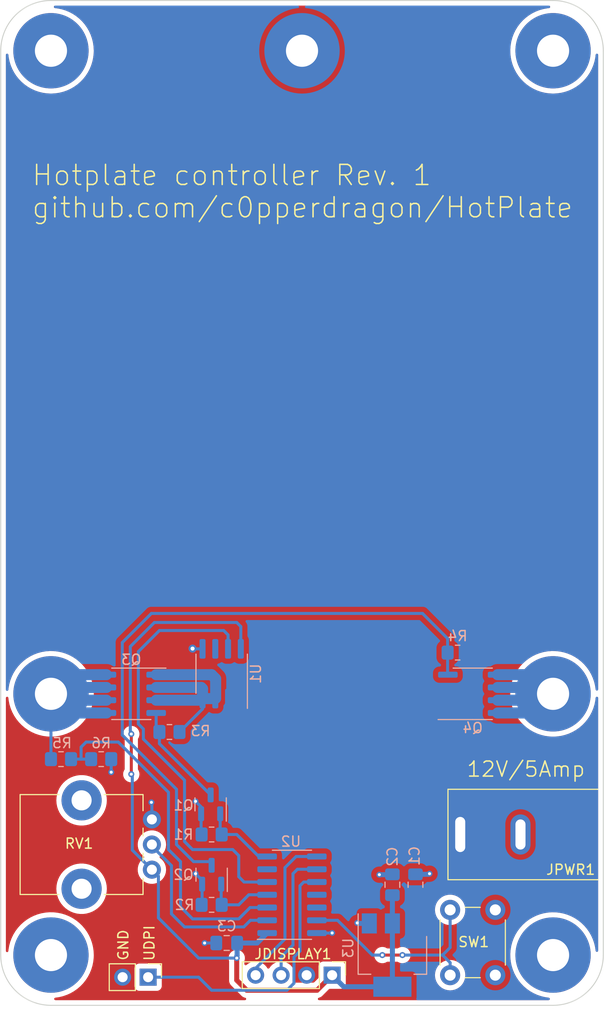
<source format=kicad_pcb>
(kicad_pcb (version 20211014) (generator pcbnew)
  (layers (0 "F.Cu" signal) (31 "B.Cu" signal) (34 "B.Paste" user) (35 "F.Paste" user) (36 "B.SilkS" user "B.Silkscreen") (37 "F.SilkS" user "F.Silkscreen") (38 "B.Mask" user) (39 "F.Mask" user) (44 "Edge.Cuts" user))
  (net 0 "")
  (net 1 "+5V")
  (net 2 "GND")
  (net 3 "/12V")
  (net 4 "/BOTTOM")
  (net 5 "/SCL")
  (net 6 "/SDA")
  (net 7 "/UDPI")
  (net 9 "Net-(Q3-Pad4)")
  (net 10 "/SENSE_VOLTAGE")
  (net 11 "/SELECTOR")
  (net 12 "/ON{slash}OFF")
  (net 14 "/SENSE_CURRENT")
  (net 15 "Net-(U1-Pad3)")
  (net 19 "/TOP")
  (net 20 "/ACTIVATE_TOP")
  (net 21 "/ACTIVATE_BOTTOM")
  (net 22 "Net-(Q2-Pad3)")
  (footprint "Library:MountingHole_3.2mm_Large" (layer "F.Cu") (at 155 117)
    (fp_text reference "JBOTTOM1" hide)
    (fp_text value "Conn_01x01")
    (pad "1" connect circle (at 0 0) (size 7.5 7.5) (layers "F.Cu" "F.Mask") (net 4 "/BOTTOM"))
    (pad "1" connect circle (at 0 0) (size 7.5 7.5) (layers "B.Cu" "B.Mask") (net 4 "/BOTTOM"))
    (pad "1" thru_hole circle (at 0 0) (size 3.6 3.6) (drill 3.2) (layers *.Cu *.Mask) (net 4 "/BOTTOM"))
  )
  (footprint "Connector_PinHeader_2.54mm:PinHeader_1x04_P2.54mm_Vertical" (layer "F.Cu") (at 133 145 -90)
    (fp_text reference "JDISPLAY1" (at -2.1 3.9 180) (layer "F.SilkS"))
    (fp_text value "Conn_01x04")
    (fp_line (start -1.33 1.27) (end 1.33 1.27) (layer "F.SilkS") (width 0.12))
    (fp_line (start 1.33 1.27) (end 1.33 8.95) (layer "F.SilkS") (width 0.12))
    (fp_line (start -1.33 -1.33) (end 0 -1.33) (layer "F.SilkS") (width 0.12))
    (fp_line (start -1.33 0) (end -1.33 -1.33) (layer "F.SilkS") (width 0.12))
    (fp_line (start -1.33 1.27) (end -1.33 8.95) (layer "F.SilkS") (width 0.12))
    (fp_line (start -1.33 8.95) (end 1.33 8.95) (layer "F.SilkS") (width 0.12))
    (pad "1" thru_hole rect (at 0 0 270) (size 1.7 1.7) (drill 1) (layers *.Cu *.Mask) (net 1 "+5V"))
    (pad "2" thru_hole oval (at 0 2.54 270) (size 1.7 1.7) (drill 1) (layers *.Cu *.Mask) (net 2 "GND"))
    (pad "3" thru_hole oval (at 0 5.08 270) (size 1.7 1.7) (drill 1) (layers *.Cu *.Mask) (net 5 "/SCL"))
    (pad "4" thru_hole oval (at 0 7.62 270) (size 1.7 1.7) (drill 1) (layers *.Cu *.Mask) (net 6 "/SDA"))
  )
  (footprint "Button_Switch_THT:SW_PUSH_6mm" (layer "F.Cu") (at 144.75 145 90)
    (fp_text reference "SW1" (at 3.3 2.35 180) (layer "F.SilkS"))
    (fp_text value "FSM2JAH")
    (fp_line (start 1 5.5) (end 5.5 5.5) (layer "F.SilkS") (width 0.12))
    (fp_line (start -0.25 1.5) (end -0.25 3) (layer "F.SilkS") (width 0.12))
    (fp_line (start 6.75 3) (end 6.75 1.5) (layer "F.SilkS") (width 0.12))
    (fp_line (start 5.5 -1) (end 1 -1) (layer "F.SilkS") (width 0.12))
    (pad "1" thru_hole circle (at 6.5 0 180) (size 2 2) (drill 1.1) (layers *.Cu *.Mask) (net 12 "/ON{slash}OFF"))
    (pad "1" thru_hole circle (at 0 0 180) (size 2 2) (drill 1.1) (layers *.Cu *.Mask) (net 12 "/ON{slash}OFF"))
    (pad "2" thru_hole circle (at 6.5 4.5 180) (size 2 2) (drill 1.1) (layers *.Cu *.Mask) (net 2 "GND"))
    (pad "2" thru_hole circle (at 0 4.5 180) (size 2 2) (drill 1.1) (layers *.Cu *.Mask) (net 2 "GND"))
  )
  (footprint "Library:MountingHole_3.2mm_Large" (layer "F.Cu") (at 130 53)
    (fp_text reference "JGND1" hide)
    (fp_text value "Conn_01x01")
    (pad "1" connect circle (at 0 0) (size 7.5 7.5) (layers "B.Cu" "B.Mask") (net 2 "GND"))
    (pad "1" thru_hole circle (at 0 0) (size 3.6 3.6) (drill 3.2) (layers *.Cu *.Mask) (net 2 "GND"))
    (pad "1" connect circle (at 0 0) (size 7.5 7.5) (layers "F.Cu" "F.Mask") (net 2 "GND"))
  )
  (footprint "Potentiometer_THT:Potentiometer_Bourns_PTV09A-1_Single_Vertical" (layer "F.Cu") (at 115.05 129.5 180)
    (fp_text reference "RV1" (at 7.25 -2.4) (layer "F.SilkS"))
    (fp_text value "PTV09A-1")
    (fp_line (start 0.88 -7.47) (end 4.745 -7.47) (layer "F.SilkS") (width 0.12))
    (fp_line (start 9.255 -7.47) (end 13.12 -7.47) (layer "F.SilkS") (width 0.12))
    (fp_line (start 0.88 0.87) (end 0.88 2.47) (layer "F.SilkS") (width 0.12))
    (fp_line (start 13.12 -7.47) (end 13.12 2.47) (layer "F.SilkS") (width 0.12))
    (fp_line (start 0.88 -4.129) (end 0.88 -3.37) (layer "F.SilkS") (width 0.12))
    (fp_line (start 0.88 -1.629) (end 0.88 -0.87) (layer "F.SilkS") (width 0.12))
    (fp_line (start 0.88 -7.47) (end 0.88 -5.871) (layer "F.SilkS") (width 0.12))
    (fp_line (start 9.255 2.47) (end 13.12 2.47) (layer "F.SilkS") (width 0.12))
    (fp_line (start 0.88 2.47) (end 4.745 2.47) (layer "F.SilkS") (width 0.12))
    (pad "" np_thru_hole circle (at 7 -6.9 180) (size 4 4) (drill 2) (layers *.Cu *.Mask))
    (pad "" np_thru_hole circle (at 7 1.9 180) (size 4 4) (drill 2) (layers *.Cu *.Mask))
    (pad "1" thru_hole circle (at 0 0 180) (size 1.8 1.8) (drill 1) (layers *.Cu *.Mask) (net 2 "GND"))
    (pad "2" thru_hole circle (at 0 -2.5 180) (size 1.8 1.8) (drill 1) (layers *.Cu *.Mask) (net 11 "/SELECTOR"))
    (pad "3" thru_hole circle (at 0 -5 180) (size 1.8 1.8) (drill 1) (layers *.Cu *.Mask) (net 1 "+5V"))
  )
  (footprint "Library:MountingHole_3.2mm_Large" (layer "F.Cu") (at 155 53)
    (fp_text reference "JSTAND3" hide)
    (fp_text value "Conn_01x01")
    (pad "1" connect circle (at 0 0) (size 7.5 7.5) (layers "F.Cu" "F.Mask"))
    (pad "1" thru_hole circle (at 0 0) (size 3.6 3.6) (drill 3.2) (layers *.Cu *.Mask))
    (pad "1" connect circle (at 0 0) (size 7.5 7.5) (layers "B.Cu" "B.Mask"))
  )
  (footprint "Library:MountingHole_3.2mm_Large" (layer "F.Cu") (at 105 53)
    (fp_text reference "JSTAND1" hide)
    (fp_text value "Conn_01x01")
    (pad "1" connect circle (at 0 0) (size 7.5 7.5) (layers "F.Cu" "F.Mask"))
    (pad "1" connect circle (at 0 0) (size 7.5 7.5) (layers "B.Cu" "B.Mask"))
    (pad "1" thru_hole circle (at 0 0) (size 3.6 3.6) (drill 3.2) (layers *.Cu *.Mask))
  )
  (footprint "Library:PJ_037BH" (layer "F.Cu") (at 145.755 131 180)
    (fp_text reference "JPWR1" (at -11 -3.5) (layer "F.SilkS"))
    (fp_text value "PJ-037BH")
    (fp_line (start 1.22 -4.5) (end -13.7 -4.5) (layer "F.SilkS") (width 0.12))
    (fp_line (start 1.22 4.5) (end 1.22 -4.5) (layer "F.SilkS") (width 0.12))
    (fp_line (start -13.7 4.5) (end 1.22 4.5) (layer "F.SilkS") (width 0.12))
    (pad "1" thru_hole oval (at 0 0 180) (size 2 5) (drill oval 1 3.5) (layers *.Cu *.Mask) (net 3 "/12V"))
    (pad "2" thru_hole oval (at -6 0 180) (size 2 4) (drill oval 1 3) (layers *.Cu *.Mask) (net 2 "GND"))
  )
  (footprint "Library:MountingHole_3.2mm_Large" (layer "F.Cu") (at 105 143)
    (fp_text reference "JSTAND4" hide)
    (fp_text value "Conn_01x01")
    (pad "1" connect circle (at 0 0) (size 7.5 7.5) (layers "B.Cu" "B.Mask"))
    (pad "1" thru_hole circle (at 0 0) (size 3.6 3.6) (drill 3.2) (layers *.Cu *.Mask))
    (pad "1" connect circle (at 0 0) (size 7.5 7.5) (layers "F.Cu" "F.Mask"))
  )
  (footprint "Library:MountingHole_3.2mm_Large" (layer "F.Cu") (at 155 143)
    (fp_text reference "JSTAND2" hide)
    (fp_text value "Conn_01x01")
    (pad "1" thru_hole circle (at 0 0) (size 3.6 3.6) (drill 3.2) (layers *.Cu *.Mask))
    (pad "1" connect circle (at 0 0) (size 7.5 7.5) (layers "B.Cu" "B.Mask"))
    (pad "1" connect circle (at 0 0) (size 7.5 7.5) (layers "F.Cu" "F.Mask"))
  )
  (footprint "Connector_PinHeader_2.54mm:PinHeader_1x02_P2.54mm_Vertical" (layer "F.Cu") (at 114.675 145.2 -90)
    (fp_text reference "JUDPI1" hide)
    (fp_text value "Conn_01x02")
    (fp_line (start -1.33 1.27) (end -1.33 3.87) (layer "F.SilkS") (width 0.12))
    (fp_line (start -1.33 1.27) (end 1.33 1.27) (layer "F.SilkS") (width 0.12))
    (fp_line (start 1.33 1.27) (end 1.33 3.87) (layer "F.SilkS") (width 0.12))
    (fp_line (start -1.33 -1.33) (end 0 -1.33) (layer "F.SilkS") (width 0.12))
    (fp_line (start -1.33 3.87) (end 1.33 3.87) (layer "F.SilkS") (width 0.12))
    (fp_line (start -1.33 0) (end -1.33 -1.33) (layer "F.SilkS") (width 0.12))
    (pad "1" thru_hole rect (at 0 0 270) (size 1.7 1.7) (drill 1) (layers *.Cu *.Mask) (net 7 "/UDPI"))
    (pad "2" thru_hole oval (at 0 2.54 270) (size 1.7 1.7) (drill 1) (layers *.Cu *.Mask) (net 2 "GND"))
  )
  (footprint "Library:MountingHole_3.2mm_Large" (layer "F.Cu") (at 105 117)
    (fp_text reference "JTOP1" hide)
    (fp_text value "Conn_01x01")
    (pad "1" thru_hole circle (at 0 0) (size 3.6 3.6) (drill 3.2) (layers *.Cu *.Mask) (net 19 "/TOP"))
    (pad "1" connect circle (at 0 0) (size 7.5 7.5) (layers "B.Cu" "B.Mask") (net 19 "/TOP"))
    (pad "1" connect circle (at 0 0) (size 7.5 7.5) (layers "F.Cu" "F.Mask") (net 19 "/TOP"))
  )
  (footprint "Resistor_SMD:R_0805_2012Metric_Pad1.20x1.40mm_HandSolder" (layer "B.Cu") (at 121 131 180)
    (fp_text reference "R1" (at 2.8 0) (layer "B.SilkS") (effects (justify mirror)))
    (fp_text value "10k")
    (fp_line (start -0.227064 0.735) (end 0.227064 0.735) (layer "B.SilkS") (width 0.12))
    (fp_line (start -0.227064 -0.735) (end 0.227064 -0.735) (layer "B.SilkS") (width 0.12))
    (pad "1" smd roundrect (at -1 0 180) (size 1.2 1.4) (layers "B.Cu" "B.Paste" "B.Mask") (roundrect_rratio 0.2083333333) (net 20 "/ACTIVATE_TOP"))
    (pad "2" smd roundrect (at 1 0 180) (size 1.2 1.4) (layers "B.Cu" "B.Paste" "B.Mask") (roundrect_rratio 0.2083333333) (net 2 "GND"))
  )
  (footprint "Resistor_SMD:R_0805_2012Metric_Pad1.20x1.40mm_HandSolder" (layer "B.Cu") (at 110 123.5)
    (fp_text reference "R6" (at 0 -1.6) (layer "B.SilkS") (effects (justify mirror)))
    (fp_text value "1k")
    (fp_line (start -0.227064 -0.735) (end 0.227064 -0.735) (layer "B.SilkS") (width 0.12))
    (fp_line (start -0.227064 0.735) (end 0.227064 0.735) (layer "B.SilkS") (width 0.12))
    (pad "1" smd roundrect (at -1 0) (size 1.2 1.4) (layers "B.Cu" "B.Paste" "B.Mask") (roundrect_rratio 0.2083333333) (net 10 "/SENSE_VOLTAGE"))
    (pad "2" smd roundrect (at 1 0) (size 1.2 1.4) (layers "B.Cu" "B.Paste" "B.Mask") (roundrect_rratio 0.2083333333) (net 2 "GND"))
  )
  (footprint "Package_SO:SOIC-8_3.9x4.9mm_P1.27mm" (layer "B.Cu") (at 122 115 90)
    (fp_text reference "U1" (at 0 3.4 90) (layer "B.SilkS") (effects (justify mirror)))
    (fp_text value "TMCS1108A4B")
    (fp_line (start 0 -2.56) (end 1.95 -2.56) (layer "B.SilkS") (width 0.12))
    (fp_line (start 0 -2.56) (end -1.95 -2.56) (layer "B.SilkS") (width 0.12))
    (fp_line (start 0 2.56) (end -3.45 2.56) (layer "B.SilkS") (width 0.12))
    (fp_line (start 0 2.56) (end 1.95 2.56) (layer "B.SilkS") (width 0.12))
    (pad "1" smd roundrect (at -2.475 1.905 90) (size 1.95 0.6) (layers "B.Cu" "B.Paste" "B.Mask") (net 3 "/12V"))
    (pad "2" smd roundrect (at -2.475 0.635 90) (size 1.95 0.6) (layers "B.Cu" "B.Paste" "B.Mask") (net 3 "/12V"))
    (pad "3" smd roundrect (at -2.475 -0.635 90) (size 1.95 0.6) (layers "B.Cu" "B.Paste" "B.Mask") (net 15 "Net-(U1-Pad3)"))
    (pad "4" smd roundrect (at -2.475 -1.905 90) (size 1.95 0.6) (layers "B.Cu" "B.Paste" "B.Mask") (net 15 "Net-(U1-Pad3)"))
    (pad "5" smd roundrect (at 2.475 -1.905 90) (size 1.95 0.6) (layers "B.Cu" "B.Paste" "B.Mask") (net 2 "GND"))
    (pad "6" smd roundrect (at 2.475 -0.635 90) (size 1.95 0.6) (layers "B.Cu" "B.Paste" "B.Mask"))
    (pad "7" smd roundrect (at 2.475 0.635 90) (size 1.95 0.6) (layers "B.Cu" "B.Paste" "B.Mask") (net 14 "/SENSE_CURRENT"))
    (pad "8" smd roundrect (at 2.475 1.905 90) (size 1.95 0.6) (layers "B.Cu" "B.Paste" "B.Mask") (net 1 "+5V"))
  )
  (footprint "Package_TO_SOT_SMD:SOT-23" (layer "B.Cu") (at 120.9 128 90)
    (fp_text reference "Q1" (at -0.1 -2.7 180) (layer "B.SilkS") (effects (justify mirror)))
    (fp_text value "T2N7002AK")
    (fp_line (start 0 -1.56) (end 0.65 -1.56) (layer "B.SilkS") (width 0.12))
    (fp_line (start 0 -1.56) (end -0.65 -1.56) (layer "B.SilkS") (width 0.12))
    (fp_line (start 0 1.56) (end -1.675 1.56) (layer "B.SilkS") (width 0.12))
    (fp_line (start 0 1.56) (end 0.65 1.56) (layer "B.SilkS") (width 0.12))
    (pad "1" smd roundrect (at -0.9375 0.95 90) (size 1.475 0.6) (layers "B.Cu" "B.Paste" "B.Mask") (net 20 "/ACTIVATE_TOP"))
    (pad "2" smd roundrect (at -0.9375 -0.95 90) (size 1.475 0.6) (layers "B.Cu" "B.Paste" "B.Mask") (net 2 "GND"))
    (pad "3" smd roundrect (at 0.9375 0 90) (size 1.475 0.6) (layers "B.Cu" "B.Paste" "B.Mask") (net 9 "Net-(Q3-Pad4)"))
  )
  (footprint "Capacitor_SMD:C_0805_2012Metric_Pad1.18x1.45mm_HandSolder" (layer "B.Cu") (at 141.3 136 90)
    (fp_text reference "C1" (at 2.8625 -0.1 90) (layer "B.SilkS") (effects (justify mirror)))
    (fp_text value "1uF")
    (fp_line (start -0.261252 -0.735) (end 0.261252 -0.735) (layer "B.SilkS") (width 0.12))
    (fp_line (start -0.261252 0.735) (end 0.261252 0.735) (layer "B.SilkS") (width 0.12))
    (pad "1" smd roundrect (at -1.0375 0 90) (size 1.175 1.45) (layers "B.Cu" "B.Paste" "B.Mask") (roundrect_rratio 0.2127659574) (net 3 "/12V"))
    (pad "2" smd roundrect (at 1.0375 0 90) (size 1.175 1.45) (layers "B.Cu" "B.Paste" "B.Mask") (roundrect_rratio 0.2127659574) (net 2 "GND"))
  )
  (footprint "Package_TO_SOT_SMD:SOT-223-3_TabPin2" (layer "B.Cu") (at 139 143 -90)
    (fp_text reference "U3" (at -0.7 4.4 90) (layer "B.SilkS") (effects (justify mirror)))
    (fp_text value "TLV1117-50")
    (fp_line (start -4.1 3.41) (end 1.91 3.41) (layer "B.SilkS") (width 0.12))
    (fp_line (start 1.91 -3.41) (end 1.91 -2.15) (layer "B.SilkS") (width 0.12))
    (fp_line (start -1.85 -3.41) (end 1.91 -3.41) (layer "B.SilkS") (width 0.12))
    (fp_line (start 1.91 3.41) (end 1.91 2.15) (layer "B.SilkS") (width 0.12))
    (pad "1" smd rect (at -3.15 2.3 270) (size 2 1.5) (layers "B.Cu" "B.Paste" "B.Mask") (net 2 "GND"))
    (pad "2" smd rect (at 3.15 0 270) (size 2 3.8) (layers "B.Cu" "B.Paste" "B.Mask") (net 1 "+5V"))
    (pad "2" smd rect (at -3.15 0 270) (size 2 1.5) (layers "B.Cu" "B.Paste" "B.Mask") (net 1 "+5V"))
    (pad "3" smd rect (at -3.15 -2.3 270) (size 2 1.5) (layers "B.Cu" "B.Paste" "B.Mask") (net 3 "/12V"))
  )
  (footprint "Package_SO:SOIC-14_3.9x8.7mm_P1.27mm" (layer "B.Cu") (at 129 137)
    (fp_text reference "U2" (at -0.1 -5.3) (layer "B.SilkS") (effects (justify mirror)))
    (fp_text value "ATtiny1604-SS")
    (fp_line (start 0 -4.435) (end -1.95 -4.435) (layer "B.SilkS") (width 0.12))
    (fp_line (start 0 4.435) (end 1.95 4.435) (layer "B.SilkS") (width 0.12))
    (fp_line (start 0 -4.435) (end 1.95 -4.435) (layer "B.SilkS") (width 0.12))
    (fp_line (start 0 4.435) (end -3.45 4.435) (layer "B.SilkS") (width 0.12))
    (pad "1" smd roundrect (at -2.475 3.81) (size 1.95 0.6) (layers "B.Cu" "B.Paste" "B.Mask") (net 1 "+5V"))
    (pad "2" smd roundrect (at -2.475 2.54) (size 1.95 0.6) (layers "B.Cu" "B.Paste" "B.Mask") (net 11 "/SELECTOR"))
    (pad "3" smd roundrect (at -2.475 1.27) (size 1.95 0.6) (layers "B.Cu" "B.Paste" "B.Mask") (net 10 "/SENSE_VOLTAGE"))
    (pad "4" smd roundrect (at -2.475 0) (size 1.95 0.6) (layers "B.Cu" "B.Paste" "B.Mask") (net 21 "/ACTIVATE_BOTTOM"))
    (pad "5" smd roundrect (at -2.475 -1.27) (size 1.95 0.6) (layers "B.Cu" "B.Paste" "B.Mask") (net 14 "/SENSE_CURRENT"))
    (pad "6" smd roundrect (at -2.475 -2.54) (size 1.95 0.6) (layers "B.Cu" "B.Paste" "B.Mask"))
    (pad "7" smd roundrect (at -2.475 -3.81) (size 1.95 0.6) (layers "B.Cu" "B.Paste" "B.Mask") (net 20 "/ACTIVATE_TOP"))
    (pad "8" smd roundrect (at 2.475 -3.81) (size 1.95 0.6) (layers "B.Cu" "B.Paste" "B.Mask") (net 6 "/SDA"))
    (pad "9" smd roundrect (at 2.475 -2.54) (size 1.95 0.6) (layers "B.Cu" "B.Paste" "B.Mask") (net 5 "/SCL"))
    (pad "10" smd roundrect (at 2.475 -1.27) (size 1.95 0.6) (layers "B.Cu" "B.Paste" "B.Mask") (net 7 "/UDPI"))
    (pad "11" smd roundrect (at 2.475 0) (size 1.95 0.6) (layers "B.Cu" "B.Paste" "B.Mask"))
    (pad "12" smd roundrect (at 2.475 1.27) (size 1.95 0.6) (layers "B.Cu" "B.Paste" "B.Mask"))
    (pad "13" smd roundrect (at 2.475 2.54) (size 1.95 0.6) (layers "B.Cu" "B.Paste" "B.Mask") (net 12 "/ON{slash}OFF"))
    (pad "14" smd roundrect (at 2.475 3.81) (size 1.95 0.6) (layers "B.Cu" "B.Paste" "B.Mask") (net 2 "GND"))
  )
  (footprint "Resistor_SMD:R_0805_2012Metric_Pad1.20x1.40mm_HandSolder" (layer "B.Cu") (at 116.8 120.8 180)
    (fp_text reference "R3" (at -3.1 0.1) (layer "B.SilkS") (effects (justify mirror)))
    (fp_text value "10k")
    (fp_line (start -0.227064 -0.735) (end 0.227064 -0.735) (layer "B.SilkS") (width 0.12))
    (fp_line (start -0.227064 0.735) (end 0.227064 0.735) (layer "B.SilkS") (width 0.12))
    (pad "1" smd roundrect (at -1 0 180) (size 1.2 1.4) (layers "B.Cu" "B.Paste" "B.Mask") (roundrect_rratio 0.2083333333) (net 15 "Net-(U1-Pad3)"))
    (pad "2" smd roundrect (at 1 0 180) (size 1.2 1.4) (layers "B.Cu" "B.Paste" "B.Mask") (roundrect_rratio 0.2083333333) (net 9 "Net-(Q3-Pad4)"))
  )
  (footprint "Resistor_SMD:R_0805_2012Metric_Pad1.20x1.40mm_HandSolder" (layer "B.Cu") (at 106 123.5)
    (fp_text reference "R5" (at 0.1 -1.6) (layer "B.SilkS") (effects (justify mirror)))
    (fp_text value "2k2")
    (fp_line (start -0.227064 0.735) (end 0.227064 0.735) (layer "B.SilkS") (width 0.12))
    (fp_line (start -0.227064 -0.735) (end 0.227064 -0.735) (layer "B.SilkS") (width 0.12))
    (pad "1" smd roundrect (at -1 0) (size 1.2 1.4) (layers "B.Cu" "B.Paste" "B.Mask") (roundrect_rratio 0.2083333333) (net 19 "/TOP"))
    (pad "2" smd roundrect (at 1 0) (size 1.2 1.4) (layers "B.Cu" "B.Paste" "B.Mask") (roundrect_rratio 0.2083333333) (net 10 "/SENSE_VOLTAGE"))
  )
  (footprint "Package_SO:SOIC-8_3.9x4.9mm_P1.27mm" (layer "B.Cu") (at 147 117)
    (fp_text reference "Q4" (at 0 3.4) (layer "B.SilkS") (effects (justify mirror)))
    (fp_text value "Si4435FDY")
    (fp_line (start 0 -2.56) (end -1.95 -2.56) (layer "B.SilkS") (width 0.12))
    (fp_line (start 0 -2.56) (end 1.95 -2.56) (layer "B.SilkS") (width 0.12))
    (fp_line (start 0 2.56) (end 1.95 2.56) (layer "B.SilkS") (width 0.12))
    (fp_line (start 0 2.56) (end -3.45 2.56) (layer "B.SilkS") (width 0.12))
    (pad "1" smd roundrect (at -2.475 1.905) (size 1.95 0.6) (layers "B.Cu" "B.Paste" "B.Mask") (net 3 "/12V"))
    (pad "2" smd roundrect (at -2.475 0.635) (size 1.95 0.6) (layers "B.Cu" "B.Paste" "B.Mask") (net 3 "/12V"))
    (pad "3" smd roundrect (at -2.475 -0.635) (size 1.95 0.6) (layers "B.Cu" "B.Paste" "B.Mask") (net 3 "/12V"))
    (pad "4" smd roundrect (at -2.475 -1.905) (size 1.95 0.6) (layers "B.Cu" "B.Paste" "B.Mask") (net 22 "Net-(Q2-Pad3)"))
    (pad "5" smd roundrect (at 2.475 -1.905) (size 1.95 0.6) (layers "B.Cu" "B.Paste" "B.Mask") (net 4 "/BOTTOM"))
    (pad "6" smd roundrect (at 2.475 -0.635) (size 1.95 0.6) (layers "B.Cu" "B.Paste" "B.Mask") (net 4 "/BOTTOM"))
    (pad "7" smd roundrect (at 2.475 0.635) (size 1.95 0.6) (layers "B.Cu" "B.Paste" "B.Mask") (net 4 "/BOTTOM"))
    (pad "8" smd roundrect (at 2.475 1.905) (size 1.95 0.6) (layers "B.Cu" "B.Paste" "B.Mask") (net 4 "/BOTTOM"))
  )
  (footprint "Package_TO_SOT_SMD:SOT-23" (layer "B.Cu") (at 121 135 90)
    (fp_text reference "Q2" (at 0 -2.8 180) (layer "B.SilkS") (effects (justify mirror)))
    (fp_text value "T2N7002AK")
    (fp_line (start 0 -1.56) (end -0.65 -1.56) (layer "B.SilkS") (width 0.12))
    (fp_line (start 0 1.56) (end -1.675 1.56) (layer "B.SilkS") (width 0.12))
    (fp_line (start 0 -1.56) (end 0.65 -1.56) (layer "B.SilkS") (width 0.12))
    (fp_line (start 0 1.56) (end 0.65 1.56) (layer "B.SilkS") (width 0.12))
    (pad "1" smd roundrect (at -0.9375 0.95 90) (size 1.475 0.6) (layers "B.Cu" "B.Paste" "B.Mask") (net 21 "/ACTIVATE_BOTTOM"))
    (pad "2" smd roundrect (at -0.9375 -0.95 90) (size 1.475 0.6) (layers "B.Cu" "B.Paste" "B.Mask") (net 2 "GND"))
    (pad "3" smd roundrect (at 0.9375 0 90) (size 1.475 0.6) (layers "B.Cu" "B.Paste" "B.Mask") (net 22 "Net-(Q2-Pad3)"))
  )
  (footprint "Capacitor_SMD:C_0805_2012Metric_Pad1.18x1.45mm_HandSolder" (layer "B.Cu") (at 139 136 90)
    (fp_text reference "C2" (at 2.8 0 90) (layer "B.SilkS") (effects (justify mirror)))
    (fp_text value "10uF")
    (fp_line (start -0.261252 0.735) (end 0.261252 0.735) (layer "B.SilkS") (width 0.12))
    (fp_line (start -0.261252 -0.735) (end 0.261252 -0.735) (layer "B.SilkS") (width 0.12))
    (pad "1" smd roundrect (at -1.0375 0 90) (size 1.175 1.45) (layers "B.Cu" "B.Paste" "B.Mask") (roundrect_rratio 0.2127659574) (net 1 "+5V"))
    (pad "2" smd roundrect (at 1.0375 0 90) (size 1.175 1.45) (layers "B.Cu" "B.Paste" "B.Mask") (roundrect_rratio 0.2127659574) (net 2 "GND"))
  )
  (footprint "Package_SO:SOIC-8_3.9x4.9mm_P1.27mm" (layer "B.Cu") (at 113 117 180)
    (fp_text reference "Q3" (at 0 3.4) (layer "B.SilkS") (effects (justify mirror)))
    (fp_text value "Si4435FDY")
    (fp_line (start 0 2.56) (end 1.95 2.56) (layer "B.SilkS") (width 0.12))
    (fp_line (start 0 -2.56) (end -1.95 -2.56) (layer "B.SilkS") (width 0.12))
    (fp_line (start 0 2.56) (end -3.45 2.56) (layer "B.SilkS") (width 0.12))
    (fp_line (start 0 -2.56) (end 1.95 -2.56) (layer "B.SilkS") (width 0.12))
    (pad "1" smd roundrect (at -2.475 1.905 180) (size 1.95 0.6) (layers "B.Cu" "B.Paste" "B.Mask") (net 15 "Net-(U1-Pad3)"))
    (pad "2" smd roundrect (at -2.475 0.635 180) (size 1.95 0.6) (layers "B.Cu" "B.Paste" "B.Mask") (net 15 "Net-(U1-Pad3)"))
    (pad "3" smd roundrect (at -2.475 -0.635 180) (size 1.95 0.6) (layers "B.Cu" "B.Paste" "B.Mask") (net 15 "Net-(U1-Pad3)"))
    (pad "4" smd roundrect (at -2.475 -1.905 180) (size 1.95 0.6) (layers "B.Cu" "B.Paste" "B.Mask") (net 9 "Net-(Q3-Pad4)"))
    (pad "5" smd roundrect (at 2.475 -1.905 180) (size 1.95 0.6) (layers "B.Cu" "B.Paste" "B.Mask") (net 19 "/TOP"))
    (pad "6" smd roundrect (at 2.475 -0.635 180) (size 1.95 0.6) (layers "B.Cu" "B.Paste" "B.Mask") (net 19 "/TOP"))
    (pad "7" smd roundrect (at 2.475 0.635 180) (size 1.95 0.6) (layers "B.Cu" "B.Paste" "B.Mask") (net 19 "/TOP"))
    (pad "8" smd roundrect (at 2.475 1.905 180) (size 1.95 0.6) (layers "B.Cu" "B.Paste" "B.Mask") (net 19 "/TOP"))
  )
  (footprint "Resistor_SMD:R_0805_2012Metric_Pad1.20x1.40mm_HandSolder" (layer "B.Cu") (at 145.5 112.9 180)
    (fp_text reference "R4" (at 0 1.65) (layer "B.SilkS") (effects (justify mirror)))
    (fp_text value "10k")
    (fp_line (start -0.227064 -0.735) (end 0.227064 -0.735) (layer "B.SilkS") (width 0.12))
    (fp_line (start -0.227064 0.735) (end 0.227064 0.735) (layer "B.SilkS") (width 0.12))
    (pad "1" smd roundrect (at -1 0 180) (size 1.2 1.4) (layers "B.Cu" "B.Paste" "B.Mask") (roundrect_rratio 0.2083333333) (net 3 "/12V"))
    (pad "2" smd roundrect (at 1 0 180) (size 1.2 1.4) (layers "B.Cu" "B.Paste" "B.Mask") (roundrect_rratio 0.2083333333) (net 22 "Net-(Q2-Pad3)"))
  )
  (footprint "Capacitor_SMD:C_0805_2012Metric_Pad1.18x1.45mm_HandSolder" (layer "B.Cu") (at 122.5 141.8 180)
    (fp_text reference "C3" (at 0 1.68) (layer "B.SilkS") (effects (justify mirror)))
    (fp_text value "100nF")
    (fp_line (start -0.261252 0.735) (end 0.261252 0.735) (layer "B.SilkS") (width 0.12))
    (fp_line (start -0.261252 -0.735) (end 0.261252 -0.735) (layer "B.SilkS") (width 0.12))
    (pad "1" smd roundrect (at -1.0375 0 180) (size 1.175 1.45) (layers "B.Cu" "B.Paste" "B.Mask") (roundrect_rratio 0.2127659574) (net 1 "+5V"))
    (pad "2" smd roundrect (at 1.0375 0 180) (size 1.175 1.45) (layers "B.Cu" "B.Paste" "B.Mask") (roundrect_rratio 0.2127659574) (net 2 "GND"))
  )
  (footprint "Resistor_SMD:R_0805_2012Metric_Pad1.20x1.40mm_HandSolder" (layer "B.Cu") (at 121 138 180)
    (fp_text reference "R2" (at 2.7 0) (layer "B.SilkS") (effects (justify mirror)))
    (fp_text value "10k")
    (fp_line (start -0.227064 0.735) (end 0.227064 0.735) (layer "B.SilkS") (width 0.12))
    (fp_line (start -0.227064 -0.735) (end 0.227064 -0.735) (layer "B.SilkS") (width 0.12))
    (pad "1" smd roundrect (at -1 0 180) (size 1.2 1.4) (layers "B.Cu" "B.Paste" "B.Mask") (roundrect_rratio 0.2083333333) (net 21 "/ACTIVATE_BOTTOM"))
    (pad "2" smd roundrect (at 1 0 180) (size 1.2 1.4) (layers "B.Cu" "B.Paste" "B.Mask") (roundrect_rratio 0.2083333333) (net 2 "GND"))
  )
  (gr_arc (start 155 48) (mid 158.535534 49.464466) (end 160 53) (layer "Edge.Cuts") (width 0.1))
  (gr_line (start 105 48) (end 155 48) (layer "Edge.Cuts") (width 0.1))
  (gr_arc (start 105 148) (mid 101.464466 146.535534) (end 100 143) (layer "Edge.Cuts") (width 0.1))
  (gr_line (start 155 148) (end 105 148) (layer "Edge.Cuts") (width 0.1))
  (gr_arc (start 160 143) (mid 158.535534 146.535534) (end 155 148) (layer "Edge.Cuts") (width 0.1))
  (gr_arc (start 100 53) (mid 101.464466 49.464466) (end 105 48) (layer "Edge.Cuts") (width 0.1))
  (gr_line (start 160 53) (end 160 143) (layer "Edge.Cuts") (width 0.1))
  (gr_line (start 100 143) (end 100 53) (layer "Edge.Cuts") (width 0.1))
  (gr_text "Hotplate controller Rev. 1\ngithub.com/c0pperdragon/HotPlate\n" (at 103 67) (layer "F.SilkS") (effects (font (size 2 2)) (justify left)))
  (gr_text "12V/5Amp" (at 152.3 124.5) (layer "F.SilkS") (effects (font (size 1.5 1.5))))
  (gr_text "GND" (at 112.2 142 90) (layer "F.SilkS") (effects (font (size 1 1))))
  (gr_text "UDPI" (at 114.8 141.8 90) (layer "F.SilkS") (effects (font (size 1 1))))
  (segment (start 131.5 146.5) (end 133 145) (width 0.5) (layer "F.Cu") (net 1))
  (segment (start 113 121) (end 113 125) (width 0.3) (layer "F.Cu") (net 1))
  (segment (start 123.5 143.3) (end 123.5 145.5) (width 0.5) (layer "F.Cu") (net 1))
  (segment (start 123.5 145.5) (end 124.5 146.5) (width 0.5) (layer "F.Cu") (net 1))
  (segment (start 124.5 146.5) (end 131.5 146.5) (width 0.5) (layer "F.Cu") (net 1))
  (via (at 113 121) (size 0.6) (drill 0.3) (layers "F.Cu" "B.Cu") (net 1))
  (via (at 113 125) (size 0.6) (drill 0.3) (layers "F.Cu" "B.Cu") (net 1))
  (via (at 123.5 143.3) (size 0.6) (drill 0.3) (layers "F.Cu" "B.Cu") (net 1))
  (segment (start 134.15 146.15) (end 133 145) (width 0.5) (layer "B.Cu") (net 1))
  (segment (start 119.7 143.3) (end 115.7 139.3) (width 0.3) (layer "B.Cu") (net 1))
  (segment (start 123.5 143.3) (end 123.5 143.1) (width 0.3) (layer "B.Cu") (net 1))
  (segment (start 123.905 110.305) (end 123.905 112.525) (width 0.3) (layer "B.Cu") (net 1))
  (segment (start 113 125) (end 113.1 125.1) (width 0.3) (layer "B.Cu") (net 1))
  (segment (start 115.3 109.9) (end 123.5 109.9) (width 0.3) (layer "B.Cu") (net 1))
  (segment (start 112.9 120.7) (end 112.9 112.3) (width 0.3) (layer "B.Cu") (net 1))
  (segment (start 113.1 132.55) (end 115.05 134.5) (width 0.3) (layer "B.Cu") (net 1))
  (segment (start 123.5 109.9) (end 123.905 110.305) (width 0.3) (layer "B.Cu") (net 1))
  (segment (start 139 139.85) (end 139 137.0375) (width 0.5) (layer "B.Cu") (net 1))
  (segment (start 123.5375 141.8) (end 125.535 141.8) (width 0.5) (layer "B.Cu") (net 1))
  (segment (start 139 146.15) (end 134.15 146.15) (width 0.5) (layer "B.Cu") (net 1))
  (segment (start 139 139.85) (end 139 146.15) (width 0.5) (layer "B.Cu") (net 1))
  (segment (start 115.7 135.15) (end 115.05 134.5) (width 0.3) (layer "B.Cu") (net 1))
  (segment (start 113 120.8) (end 112.9 120.7) (width 0.3) (layer "B.Cu") (net 1))
  (segment (start 123.5 143.1) (end 123.5375 143.0625) (width 0.5) (layer "B.Cu") (net 1))
  (segment (start 123.5 143.3) (end 119.7 143.3) (width 0.3) (layer "B.Cu") (net 1))
  (segment (start 123.5375 143.0625) (end 123.5375 141.8) (width 0.5) (layer "B.Cu") (net 1))
  (segment (start 125.535 141.8) (end 126.525 140.81) (width 0.5) (layer "B.Cu") (net 1))
  (segment (start 113.1 125.1) (end 113.1 132.55) (width 0.3) (layer "B.Cu") (net 1))
  (segment (start 112.9 112.3) (end 115.3 109.9) (width 0.3) (layer "B.Cu") (net 1))
  (segment (start 113 121) (end 113 120.8) (width 0.3) (layer "B.Cu") (net 1))
  (segment (start 115.7 139.3) (end 115.7 135.15) (width 0.3) (layer "B.Cu") (net 1))
  (via (at 142.7 134.9) (size 0.6) (drill 0.3) (layers "F.Cu" "B.Cu") (net 2))
  (via (at 111 124.8) (size 0.6) (drill 0.3) (layers "F.Cu" "B.Cu") (net 2))
  (via (at 120.3 141.8) (size 0.6) (drill 0.3) (layers "F.Cu" "B.Cu") (net 2))
  (via (at 115 127.8) (size 0.6) (drill 0.3) (layers "F.Cu" "B.Cu") (net 2))
  (via (at 133 140.8) (size 0.6) (drill 0.3) (layers "F.Cu" "B.Cu") (net 2))
  (via (at 135.5 139.8) (size 0.6) (drill 0.3) (layers "F.Cu" "B.Cu") (net 2))
  (via (at 119.4 134.9) (size 0.6) (drill 0.3) (layers "F.Cu" "B.Cu") (net 2))
  (via (at 119.4 127.7) (size 0.6) (drill 0.3) (layers "F.Cu" "B.Cu") (net 2))
  (via (at 119.1 112.5) (size 0.8) (drill 0.4) (layers "F.Cu" "B.Cu") (net 2))
  (via (at 137.7 135) (size 0.6) (drill 0.3) (layers "F.Cu" "B.Cu") (net 2))
  (segment (start 142.6375 134.9625) (end 142.7 134.9) (width 0.3) (layer "B.Cu") (net 2))
  (segment (start 119.95 130.95) (end 120 131) (width 0.3) (layer "B.Cu") (net 2))
  (segment (start 138.9625 135) (end 139 134.9625) (width 0.3) (layer "B.Cu") (net 2))
  (segment (start 120.095 112.525) (end 119.125 112.525) (width 0.3) (layer "B.Cu") (net 2))
  (segment (start 136.7 139.85) (end 135.55 139.85) (width 0.5) (layer "B.Cu") (net 2))
  (segment (start 120.05 137.95) (end 120 138) (width 0.3) (layer "B.Cu") (net 2))
  (segment (start 120.05 135.9375) (end 120.05 137.95) (width 0.3) (layer "B.Cu") (net 2))
  (segment (start 119.95 128.9375) (end 119.95 130.95) (width 0.3) (layer "B.Cu") (net 2))
  (segment (start 115.05 127.85) (end 115 127.8) (width 0.3) (layer "B.Cu") (net 2))
  (segment (start 121.4625 141.8) (end 120.3 141.8) (width 0.3) (layer "B.Cu") (net 2))
  (segment (start 111 123.5) (end 111 124.8) (width 0.3) (layer "B.Cu") (net 2))
  (segment (start 131.475 140.81) (end 132.99 140.81) (width 0.3) (layer "B.Cu") (net 2))
  (segment (start 119.95 128.9375) (end 119.95 128.25) (width 0.3) (layer "B.Cu") (net 2))
  (segment (start 115.05 129.5) (end 115.05 127.85) (width 0.3) (layer "B.Cu") (net 2))
  (segment (start 137.7 135) (end 138.9625 135) (width 0.5) (layer "B.Cu") (net 2))
  (segment (start 120.05 135.9375) (end 120.05 135.55) (width 0.3) (layer "B.Cu") (net 2))
  (segment (start 141.3 134.9625) (end 142.6375 134.9625) (width 0.5) (layer "B.Cu") (net 2))
  (segment (start 120.05 135.55) (end 119.4 134.9) (width 0.3) (layer "B.Cu") (net 2))
  (segment (start 132.99 140.81) (end 133 140.8) (width 0.3) (layer "B.Cu") (net 2))
  (segment (start 119.125 112.525) (end 119.1 112.5) (width 0.3) (layer "B.Cu") (net 2))
  (segment (start 135.55 139.85) (end 135.5 139.8) (width 0.3) (layer "B.Cu") (net 2))
  (segment (start 119.95 128.25) (end 119.4 127.7) (width 0.3) (layer "B.Cu") (net 2))
  (segment (start 141.3 139.85) (end 141.3 137.0375) (width 0.5) (layer "B.Cu") (net 3))
  (segment (start 154.365 116.365) (end 155 117) (width 1.1) (layer "B.Cu") (net 4))
  (segment (start 149.475 118.905) (end 153.095 118.905) (width 1.1) (layer "B.Cu") (net 4))
  (segment (start 153.095 118.905) (end 155 117) (width 1.1) (layer "B.Cu") (net 4))
  (segment (start 154.365 117.635) (end 155 117) (width 1.1) (layer "B.Cu") (net 4))
  (segment (start 149.475 117.635) (end 154.365 117.635) (width 1.1) (layer "B.Cu") (net 4))
  (segment (start 149.475 116.365) (end 154.365 116.365) (width 1.1) (layer "B.Cu") (net 4))
  (segment (start 149.475 115.095) (end 153.095 115.095) (width 1.1) (layer "B.Cu") (net 4))
  (segment (start 153.095 115.095) (end 155 117) (width 1.1) (layer "B.Cu") (net 4))
  (segment (start 129.54 134.46) (end 129.1 134.9) (width 0.3) (layer "B.Cu") (net 5))
  (segment (start 127.92 143.18) (end 127.92 145) (width 0.3) (layer "B.Cu") (net 5))
  (segment (start 131.475 134.46) (end 129.54 134.46) (width 0.3) (layer "B.Cu") (net 5))
  (segment (start 129.1 142) (end 127.92 143.18) (width 0.3) (layer "B.Cu") (net 5))
  (segment (start 129.1 134.9) (end 129.1 142) (width 0.3) (layer "B.Cu") (net 5))
  (segment (start 129.41 133.19) (end 128.3 134.3) (width 0.3) (layer "B.Cu") (net 6))
  (segment (start 128.3 141.4) (end 125.38 144.32) (width 0.3) (layer "B.Cu") (net 6))
  (segment (start 125.38 144.32) (end 125.38 145) (width 0.3) (layer "B.Cu") (net 6))
  (segment (start 131.475 133.19) (end 129.41 133.19) (width 0.3) (layer "B.Cu") (net 6))
  (segment (start 128.3 134.3) (end 128.3 141.4) (width 0.3) (layer "B.Cu") (net 6))
  (segment (start 121 146.5) (end 128.5 146.5) (width 0.3) (layer "B.Cu") (net 7))
  (segment (start 129.8 136.1) (end 130.17 135.73) (width 0.3) (layer "B.Cu") (net 7))
  (segment (start 129.2 143.2) (end 129.8 142.6) (width 0.3) (layer "B.Cu") (net 7))
  (segment (start 128.5 146.5) (end 129.2 145.8) (width 0.3) (layer "B.Cu") (net 7))
  (segment (start 129.8 142.6) (end 129.8 136.1) (width 0.3) (layer "B.Cu") (net 7))
  (segment (start 121 146.5) (end 119.7 145.2) (width 0.3) (layer "B.Cu") (net 7))
  (segment (start 129.2 145.8) (end 129.2 143.2) (width 0.3) (layer "B.Cu") (net 7))
  (segment (start 119.7 145.2) (end 114.675 145.2) (width 0.3) (layer "B.Cu") (net 7))
  (segment (start 130.17 135.73) (end 131.475 135.73) (width 0.3) (layer "B.Cu") (net 7))
  (segment (start 115.475 120.475) (end 115.8 120.8) (width 0.3) (layer "B.Cu") (net 9))
  (segment (start 117.71875 123.88125) (end 115.81875 121.98125) (width 0.3) (layer "B.Cu") (net 9))
  (segment (start 120.9 127.0625) (end 117.71875 123.88125) (width 0.3) (layer "B.Cu") (net 9))
  (segment (start 115.475 118.905) (end 115.475 120.475) (width 0.3) (layer "B.Cu") (net 9))
  (segment (start 115.8 121.9625) (end 115.81875 121.98125) (width 0.3) (layer "B.Cu") (net 9))
  (segment (start 115.8 120.8) (end 115.8 121.9625) (width 0.3) (layer "B.Cu") (net 9))
  (segment (start 116.7 126.8) (end 111.7 121.8) (width 0.3) (layer "B.Cu") (net 10))
  (segment (start 107 123.5) (end 108 123.5) (width 0.3) (layer "B.Cu") (net 10))
  (segment (start 108.5 121.8) (end 108 122.3) (width 0.3) (layer "B.Cu") (net 10))
  (segment (start 117.9 138.2) (end 117.9 133.7) (width 0.3) (layer "B.Cu") (net 10))
  (segment (start 119.1 139.4) (end 117.9 138.2) (width 0.3) (layer "B.Cu") (net 10))
  (segment (start 108 122.3) (end 108 123.5) (width 0.3) (layer "B.Cu") (net 10))
  (segment (start 126.525 138.27) (end 124.83 138.27) (width 0.3) (layer "B.Cu") (net 10))
  (segment (start 111.7 121.8) (end 108.5 121.8) (width 0.3) (layer "B.Cu") (net 10))
  (segment (start 116.7 132.5) (end 116.7 126.8) (width 0.3) (layer "B.Cu") (net 10))
  (segment (start 124.83 138.27) (end 123.7 139.4) (width 0.3) (layer "B.Cu") (net 10))
  (segment (start 123.7 139.4) (end 119.1 139.4) (width 0.3) (layer "B.Cu") (net 10))
  (segment (start 117.9 133.7) (end 116.7 132.5) (width 0.3) (layer "B.Cu") (net 10))
  (segment (start 108 123.5) (end 109 123.5) (width 0.3) (layer "B.Cu") (net 10))
  (segment (start 126.525 139.54) (end 124.86 139.54) (width 0.3) (layer "B.Cu") (net 11))
  (segment (start 124.86 139.54) (end 124.2 140.2) (width 0.3) (layer "B.Cu") (net 11))
  (segment (start 124.2 140.2) (end 118.3 140.2) (width 0.3) (layer "B.Cu") (net 11))
  (segment (start 115.05 132.15) (end 115.05 132) (width 0.3) (layer "B.Cu") (net 11))
  (segment (start 118.3 140.2) (end 117 138.9) (width 0.3) (layer "B.Cu") (net 11))
  (segment (start 117 134.1) (end 115.05 132.15) (width 0.3) (layer "B.Cu") (net 11))
  (segment (start 117 138.9) (end 117 134.1) (width 0.3) (layer "B.Cu") (net 11))
  (segment (start 138 143) (end 140 143) (width 0.3) (layer "F.Cu") (net 12))
  (via (at 140 143) (size 0.6) (drill 0.3) (layers "F.Cu" "B.Cu") (net 12))
  (via (at 138 143) (size 0.6) (drill 0.3) (layers "F.Cu" "B.Cu") (net 12))
  (segment (start 134 140) (end 137 143) (width 0.3) (layer "B.Cu") (net 12))
  (segment (start 144 143) (end 144.75 143.75) (width 0.3) (layer "B.Cu") (net 12))
  (segment (start 144 143) (end 144.75 142.25) (width 0.3) (layer "B.Cu") (net 12))
  (segment (start 144.75 143.75) (end 144.75 145) (width 0.3) (layer "B.Cu") (net 12))
  (segment (start 133.54 139.54) (end 134 140) (width 0.3) (layer "B.Cu") (net 12))
  (segment (start 144.75 142.25) (end 144.75 138.5) (width 0.3) (layer "B.Cu") (net 12))
  (segment (start 137 143) (end 138 143) (width 0.3) (layer "B.Cu") (net 12))
  (segment (start 131.475 139.54) (end 133.54 139.54) (width 0.3) (layer "B.Cu") (net 12))
  (segment (start 140 143) (end 144 143) (width 0.3) (layer "B.Cu") (net 12))
  (segment (start 126.525 135.73) (end 124.23 135.73) (width 0.3) (layer "B.Cu") (net 14))
  (segment (start 123.7 135.2) (end 123.7 133.1) (width 0.3) (layer "B.Cu") (net 14))
  (segment (start 114.2 120.5) (end 113.7 120) (width 0.3) (layer "B.Cu") (net 14))
  (segment (start 115.8 110.7) (end 122.2 110.7) (width 0.3) (layer "B.Cu") (net 14))
  (segment (start 123.1 132.5) (end 119.1 132.5) (width 0.3) (layer "B.Cu") (net 14))
  (segment (start 113.7 120) (end 113.7 112.8) (width 0.3) (layer "B.Cu") (net 14))
  (segment (start 119.1 132.5) (end 118.3 131.7) (width 0.3) (layer "B.Cu") (net 14))
  (segment (start 124.23 135.73) (end 123.7 135.2) (width 0.3) (layer "B.Cu") (net 14))
  (segment (start 118.3 131.7) (end 118.3 125.6) (width 0.3) (layer "B.Cu") (net 14))
  (segment (start 123.7 133.1) (end 123.1 132.5) (width 0.3) (layer "B.Cu") (net 14))
  (segment (start 114.2 121.5) (end 114.2 120.5) (width 0.3) (layer "B.Cu") (net 14))
  (segment (start 122.2 110.7) (end 122.635 111.135) (width 0.3) (layer "B.Cu") (net 14))
  (segment (start 122.635 111.135) (end 122.635 112.525) (width 0.3) (layer "B.Cu") (net 14))
  (segment (start 118.3 125.6) (end 114.2 121.5) (width 0.3) (layer "B.Cu") (net 14))
  (segment (start 113.7 112.8) (end 115.8 110.7) (width 0.3) (layer "B.Cu") (net 14))
  (segment (start 120.995 115.095) (end 121.4 115.5) (width 1.1) (layer "B.Cu") (net 15))
  (segment (start 121.4 115.5) (end 121.4 117.44) (width 1.1) (layer "B.Cu") (net 15))
  (segment (start 115.475 116.365) (end 119.965 116.365) (width 1.1) (layer "B.Cu") (net 15))
  (segment (start 115.475 115.095) (end 120.995 115.095) (width 1.1) (layer "B.Cu") (net 15))
  (segment (start 119.935 117.635) (end 120.095 117.475) (width 1.1) (layer "B.Cu") (net 15))
  (segment (start 117.8 120.8) (end 120.095 118.505) (width 0.3) (layer "B.Cu") (net 15))
  (segment (start 120.095 117.475) (end 121.365 117.475) (width 1.1) (layer "B.Cu") (net 15))
  (segment (start 119.965 116.365) (end 120.095 116.495) (width 1.1) (layer "B.Cu") (net 15))
  (segment (start 121.4 117.44) (end 121.365 117.475) (width 1.1) (layer "B.Cu") (net 15))
  (segment (start 120.095 116.495) (end 120.095 117.475) (width 1.1) (layer "B.Cu") (net 15))
  (segment (start 120.095 118.505) (end 120.095 117.475) (width 0.3) (layer "B.Cu") (net 15))
  (segment (start 115.475 117.635) (end 119.935 117.635) (width 1.1) (layer "B.Cu") (net 15))
  (segment (start 110.525 118.905) (end 106.905 118.905) (width 1.1) (layer "B.Cu") (net 19))
  (segment (start 105.635 117.635) (end 105 117) (width 1.1) (layer "B.Cu") (net 19))
  (segment (start 106.905 118.905) (end 105 117) (width 1.1) (layer "B.Cu") (net 19))
  (segment (start 105.635 116.365) (end 105 117) (width 1.1) (layer "B.Cu") (net 19))
  (segment (start 106.905 115.095) (end 105 117) (width 1.1) (layer "B.Cu") (net 19))
  (segment (start 110.525 117.635) (end 105.635 117.635) (width 1.1) (layer "B.Cu") (net 19))
  (segment (start 105 123.5) (end 105 117) (width 0.3) (layer "B.Cu") (net 19))
  (segment (start 110.525 116.365) (end 105.635 116.365) (width 1.1) (layer "B.Cu") (net 19))
  (segment (start 110.525 115.095) (end 106.905 115.095) (width 1.1) (layer "B.Cu") (net 19))
  (segment (start 121.85 128.9375) (end 121.85 130.85) (width 0.3) (layer "B.Cu") (net 20))
  (segment (start 125.69 133.19) (end 126.525 133.19) (width 0.3) (layer "B.Cu") (net 20))
  (segment (start 121.85 130.85) (end 122 131) (width 0.3) (layer "B.Cu") (net 20))
  (segment (start 122 131) (end 123.5 131) (width 0.3) (layer "B.Cu") (net 20))
  (segment (start 123.5 131) (end 125.69 133.19) (width 0.3) (layer "B.Cu") (net 20))
  (segment (start 121.95 137.95) (end 122 138) (width 0.3) (layer "B.Cu") (net 21))
  (segment (start 126.525 137) (end 124.7 137) (width 0.3) (layer "B.Cu") (net 21))
  (segment (start 123.7 138) (end 122 138) (width 0.3) (layer "B.Cu") (net 21))
  (segment (start 124.7 137) (end 123.7 138) (width 0.3) (layer "B.Cu") (net 21))
  (segment (start 121.95 135.9375) (end 121.95 137.95) (width 0.3) (layer "B.Cu") (net 21))
  (segment (start 144.5 111.55) (end 144.5 112.9) (width 0.3) (layer "B.Cu") (net 22))
  (segment (start 115 109) (end 142 109) (width 0.3) (layer "B.Cu") (net 22))
  (segment (start 144.525 111.525) (end 144.5 111.55) (width 0.3) (layer "B.Cu") (net 22))
  (segment (start 117.5 132) (end 117.5 126.5) (width 0.3) (layer "B.Cu") (net 22))
  (segment (start 119.2 133.7) (end 117.5 132) (width 0.3) (layer "B.Cu") (net 22))
  (segment (start 120.8 133.7) (end 119.2 133.7) (width 0.3) (layer "B.Cu") (net 22))
  (segment (start 144.5 112.9) (end 144.5 115.07) (width 0.3) (layer "B.Cu") (net 22))
  (segment (start 121 133.9) (end 120.8 133.7) (width 0.3) (layer "B.Cu") (net 22))
  (segment (start 144.5 115.07) (end 144.525 115.095) (width 0.3) (layer "B.Cu") (net 22))
  (segment (start 112.1 121.1) (end 112.1 111.9) (width 0.3) (layer "B.Cu") (net 22))
  (segment (start 121 134.0625) (end 121 133.9) (width 0.3) (layer "B.Cu") (net 22))
  (segment (start 142 109) (end 144.525 111.525) (width 0.3) (layer "B.Cu") (net 22))
  (segment (start 117.5 126.5) (end 112.1 121.1) (width 0.3) (layer "B.Cu") (net 22))
  (segment (start 112.1 111.9) (end 115 109) (width 0.3) (layer "B.Cu") (net 22))
  (zone (net 2) (net_name "GND") (layer "F.Cu") (connect_pads yes (clearance 0.508)) (min_thickness 0.254) (fill yes (thermal_gap 0.508) (thermal_bridge_width 0.508))
    (polygon (pts (xy 160 148) (xy 100 148) (xy 100 48) (xy 160 48)))
  )
  (zone (net 3) (net_name "/12V") (layer "B.Cu") (connect_pads yes (clearance 0.508)) (min_thickness 0.254) (fill yes (thermal_gap 0.508) (thermal_bridge_width 0.508))
    (polygon (pts (xy 160 148) (xy 100 148) (xy 100 48) (xy 160 48)))
  )
)
</source>
